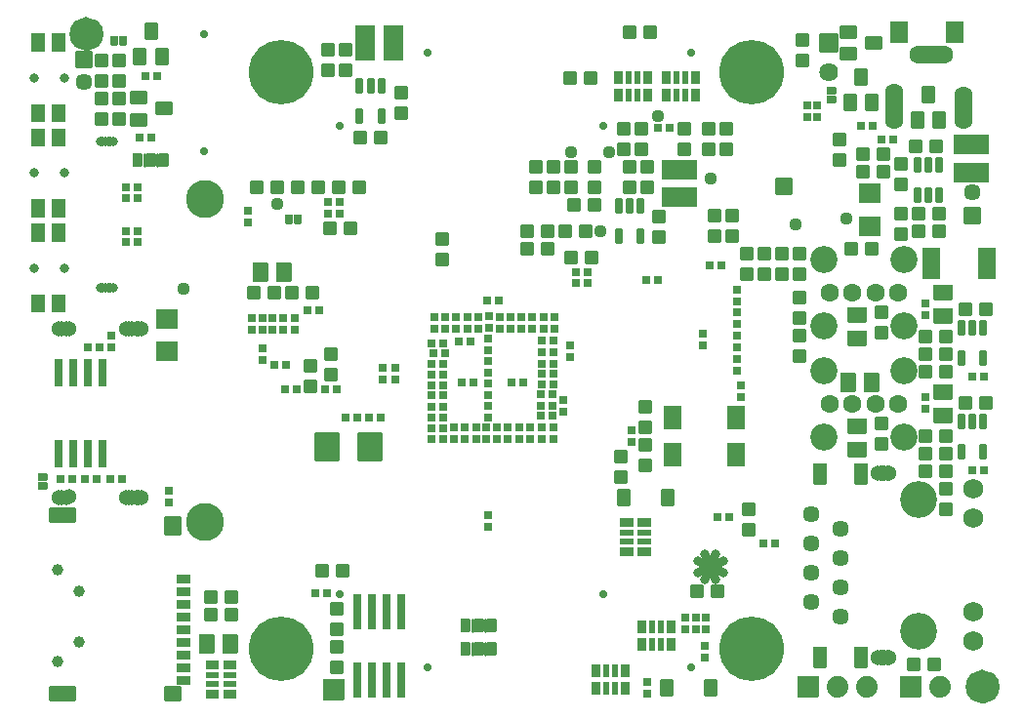
<source format=gbr>
%TF.GenerationSoftware,KiCad,Pcbnew,(6.0.1)*%
%TF.CreationDate,2022-06-22T14:46:02-03:00*%
%TF.ProjectId,A20-OLinuXino-Lime_Rev_I1,4132302d-4f4c-4696-9e75-58696e6f2d4c,rev?*%
%TF.SameCoordinates,Original*%
%TF.FileFunction,Soldermask,Bot*%
%TF.FilePolarity,Negative*%
%FSLAX46Y46*%
G04 Gerber Fmt 4.6, Leading zero omitted, Abs format (unit mm)*
G04 Created by KiCad (PCBNEW (6.0.1)) date 2022-06-22 14:46:02*
%MOMM*%
%LPD*%
G01*
G04 APERTURE LIST*
G04 Aperture macros list*
%AMRoundRect*
0 Rectangle with rounded corners*
0 $1 Rounding radius*
0 $2 $3 $4 $5 $6 $7 $8 $9 X,Y pos of 4 corners*
0 Add a 4 corners polygon primitive as box body*
4,1,4,$2,$3,$4,$5,$6,$7,$8,$9,$2,$3,0*
0 Add four circle primitives for the rounded corners*
1,1,$1+$1,$2,$3*
1,1,$1+$1,$4,$5*
1,1,$1+$1,$6,$7*
1,1,$1+$1,$8,$9*
0 Add four rect primitives between the rounded corners*
20,1,$1+$1,$2,$3,$4,$5,0*
20,1,$1+$1,$4,$5,$6,$7,0*
20,1,$1+$1,$6,$7,$8,$9,0*
20,1,$1+$1,$8,$9,$2,$3,0*%
G04 Aperture macros list end*
%ADD10C,0.254000*%
%ADD11C,1.270000*%
%ADD12C,0.700000*%
%ADD13C,3.300000*%
%ADD14C,5.601600*%
%ADD15C,1.001600*%
%ADD16C,1.601600*%
%ADD17C,2.351600*%
%ADD18RoundRect,0.050800X-0.889000X-0.889000X0.889000X-0.889000X0.889000X0.889000X-0.889000X0.889000X0*%
%ADD19C,1.879600*%
%ADD20C,1.000000*%
%ADD21C,0.806400*%
%ADD22RoundRect,0.050800X0.711200X0.711200X-0.711200X0.711200X-0.711200X-0.711200X0.711200X-0.711200X0*%
%ADD23RoundRect,0.050800X0.675000X-0.675000X0.675000X0.675000X-0.675000X0.675000X-0.675000X-0.675000X0*%
%ADD24C,1.451600*%
%ADD25C,1.301600*%
%ADD26C,1.625600*%
%ADD27RoundRect,0.050800X0.762000X-0.762000X0.762000X0.762000X-0.762000X0.762000X-0.762000X-0.762000X0*%
%ADD28RoundRect,0.050800X-0.675000X0.675000X-0.675000X-0.675000X0.675000X-0.675000X0.675000X0.675000X0*%
%ADD29C,2.051600*%
%ADD30C,3.200000*%
%ADD31C,1.751600*%
%ADD32RoundRect,0.050800X-0.304800X-0.292100X0.304800X-0.292100X0.304800X0.292100X-0.304800X0.292100X0*%
%ADD33RoundRect,0.050800X0.508000X-0.508000X0.508000X0.508000X-0.508000X0.508000X-0.508000X-0.508000X0*%
%ADD34RoundRect,0.050800X0.292100X-0.304800X0.292100X0.304800X-0.292100X0.304800X-0.292100X-0.304800X0*%
%ADD35RoundRect,0.050800X0.304800X0.292100X-0.304800X0.292100X-0.304800X-0.292100X0.304800X-0.292100X0*%
%ADD36RoundRect,0.050800X0.508000X0.508000X-0.508000X0.508000X-0.508000X-0.508000X0.508000X-0.508000X0*%
%ADD37RoundRect,0.050800X-0.292100X0.304800X-0.292100X-0.304800X0.292100X-0.304800X0.292100X0.304800X0*%
%ADD38RoundRect,0.050800X1.050000X1.200000X-1.050000X1.200000X-1.050000X-1.200000X1.050000X-1.200000X0*%
%ADD39RoundRect,0.050800X-0.508000X-0.508000X0.508000X-0.508000X0.508000X0.508000X-0.508000X0.508000X0*%
%ADD40RoundRect,0.050800X-0.275000X-0.600000X0.275000X-0.600000X0.275000X0.600000X-0.275000X0.600000X0*%
%ADD41RoundRect,0.050800X-0.508000X0.508000X-0.508000X-0.508000X0.508000X-0.508000X0.508000X0.508000X0*%
%ADD42RoundRect,0.558800X0.000000X0.000000X0.000000X0.000000X0.000000X0.000000X0.000000X0.000000X0*%
%ADD43RoundRect,0.050800X0.500000X0.700000X-0.500000X0.700000X-0.500000X-0.700000X0.500000X-0.700000X0*%
%ADD44RoundRect,0.050800X-0.725000X-1.300000X0.725000X-1.300000X0.725000X1.300000X-0.725000X1.300000X0*%
%ADD45RoundRect,0.050800X0.254000X0.381000X-0.254000X0.381000X-0.254000X-0.381000X0.254000X-0.381000X0*%
%ADD46RoundRect,0.050800X-1.500000X-0.800000X1.500000X-0.800000X1.500000X0.800000X-1.500000X0.800000X0*%
%ADD47RoundRect,0.050800X0.275000X0.600000X-0.275000X0.600000X-0.275000X-0.600000X0.275000X-0.600000X0*%
%ADD48RoundRect,0.050800X0.725000X0.900000X-0.725000X0.900000X-0.725000X-0.900000X0.725000X-0.900000X0*%
%ADD49RoundRect,0.050800X-0.381000X-0.508000X0.381000X-0.508000X0.381000X0.508000X-0.381000X0.508000X0*%
%ADD50C,0.800000*%
%ADD51RoundRect,0.050800X-0.700000X-1.000000X0.700000X-1.000000X0.700000X1.000000X-0.700000X1.000000X0*%
%ADD52RoundRect,0.050800X0.700000X-0.500000X0.700000X0.500000X-0.700000X0.500000X-0.700000X-0.500000X0*%
%ADD53RoundRect,0.050800X-0.508000X-0.889000X0.508000X-0.889000X0.508000X0.889000X-0.508000X0.889000X0*%
%ADD54RoundRect,0.050800X-0.762000X0.635000X-0.762000X-0.635000X0.762000X-0.635000X0.762000X0.635000X0*%
%ADD55RoundRect,0.050800X-0.635000X-0.762000X0.635000X-0.762000X0.635000X0.762000X-0.635000X0.762000X0*%
%ADD56RoundRect,0.050800X0.800000X-1.500000X0.800000X1.500000X-0.800000X1.500000X-0.800000X-1.500000X0*%
%ADD57RoundRect,0.550800X0.000000X0.000000X0.000000X0.000000X0.000000X0.000000X0.000000X0.000000X0*%
%ADD58RoundRect,0.050800X0.635000X0.762000X-0.635000X0.762000X-0.635000X-0.762000X0.635000X-0.762000X0*%
%ADD59RoundRect,0.050800X-0.900000X0.800000X-0.900000X-0.800000X0.900000X-0.800000X0.900000X0.800000X0*%
%ADD60RoundRect,0.050800X0.300000X1.100000X-0.300000X1.100000X-0.300000X-1.100000X0.300000X-1.100000X0*%
%ADD61RoundRect,0.050800X0.304800X1.460500X-0.304800X1.460500X-0.304800X-1.460500X0.304800X-1.460500X0*%
%ADD62RoundRect,0.050800X0.762000X-0.635000X0.762000X0.635000X-0.762000X0.635000X-0.762000X-0.635000X0*%
%ADD63RoundRect,0.050800X0.381000X-0.254000X0.381000X0.254000X-0.381000X0.254000X-0.381000X-0.254000X0*%
%ADD64RoundRect,0.050800X0.381000X0.508000X-0.381000X0.508000X-0.381000X-0.508000X0.381000X-0.508000X0*%
%ADD65RoundRect,0.050800X0.889000X-0.825500X0.889000X0.825500X-0.889000X0.825500X-0.889000X-0.825500X0*%
%ADD66RoundRect,0.050800X1.500000X0.800000X-1.500000X0.800000X-1.500000X-0.800000X1.500000X-0.800000X0*%
%ADD67RoundRect,0.050800X-0.700000X0.600000X-0.700000X-0.600000X0.700000X-0.600000X0.700000X0.600000X0*%
%ADD68RoundRect,0.050800X-0.700000X0.800000X-0.700000X-0.800000X0.700000X-0.800000X0.700000X0.800000X0*%
%ADD69RoundRect,0.050800X-1.100000X0.600000X-1.100000X-0.600000X1.100000X-0.600000X1.100000X0.600000X0*%
%ADD70RoundRect,0.050800X-0.500000X-0.700000X0.500000X-0.700000X0.500000X0.700000X-0.500000X0.700000X0*%
%ADD71RoundRect,0.050800X-0.381000X0.254000X-0.381000X-0.254000X0.381000X-0.254000X0.381000X0.254000X0*%
G04 APERTURE END LIST*
%TO.C,RM1*%
G36*
X159734100Y-130160400D02*
G01*
X158972100Y-130160400D01*
X158972100Y-129042800D01*
X159734100Y-129042800D01*
X159734100Y-130160400D01*
G37*
G36*
X159734100Y-128636400D02*
G01*
X158972100Y-128636400D01*
X158972100Y-127518800D01*
X159734100Y-127518800D01*
X159734100Y-128636400D01*
G37*
G36*
X160496100Y-128636400D02*
G01*
X159988100Y-128636400D01*
X159988100Y-127518800D01*
X160496100Y-127518800D01*
X160496100Y-128636400D01*
G37*
G36*
X162274100Y-130160400D02*
G01*
X161512100Y-130160400D01*
X161512100Y-129042800D01*
X162274100Y-129042800D01*
X162274100Y-130160400D01*
G37*
G36*
X162274100Y-128636400D02*
G01*
X161512100Y-128636400D01*
X161512100Y-127518800D01*
X162274100Y-127518800D01*
X162274100Y-128636400D01*
G37*
G36*
X161258100Y-128636400D02*
G01*
X160750100Y-128636400D01*
X160750100Y-127518800D01*
X161258100Y-127518800D01*
X161258100Y-128636400D01*
G37*
G36*
X161258100Y-130160400D02*
G01*
X160750100Y-130160400D01*
X160750100Y-129042800D01*
X161258100Y-129042800D01*
X161258100Y-130160400D01*
G37*
G36*
X160496100Y-130160400D02*
G01*
X159988100Y-130160400D01*
X159988100Y-129042800D01*
X160496100Y-129042800D01*
X160496100Y-130160400D01*
G37*
D10*
%TO.C,PC3/PB8*%
X117379600Y-88051600D02*
X117379600Y-87077600D01*
X116236600Y-88051600D02*
X116236600Y-87077600D01*
%TO.C,RECOVERY*%
G36*
X107587900Y-94676600D02*
G01*
X106470300Y-94676600D01*
X106470300Y-93101800D01*
X107587900Y-93101800D01*
X107587900Y-94676600D01*
G37*
G36*
X107587900Y-100823400D02*
G01*
X106470300Y-100823400D01*
X106470300Y-99248600D01*
X107587900Y-99248600D01*
X107587900Y-100823400D01*
G37*
G36*
X109365900Y-94676600D02*
G01*
X108248300Y-94676600D01*
X108248300Y-93101800D01*
X109365900Y-93101800D01*
X109365900Y-94676600D01*
G37*
G36*
X109365900Y-100823400D02*
G01*
X108248300Y-100823400D01*
X108248300Y-99248600D01*
X109365900Y-99248600D01*
X109365900Y-100823400D01*
G37*
%TO.C,RM9*%
G36*
X159226100Y-82535400D02*
G01*
X158718100Y-82535400D01*
X158718100Y-81417800D01*
X159226100Y-81417800D01*
X159226100Y-82535400D01*
G37*
G36*
X160242100Y-81011400D02*
G01*
X159480100Y-81011400D01*
X159480100Y-79893800D01*
X160242100Y-79893800D01*
X160242100Y-81011400D01*
G37*
G36*
X157702100Y-81011400D02*
G01*
X156940100Y-81011400D01*
X156940100Y-79893800D01*
X157702100Y-79893800D01*
X157702100Y-81011400D01*
G37*
G36*
X160242100Y-82535400D02*
G01*
X159480100Y-82535400D01*
X159480100Y-81417800D01*
X160242100Y-81417800D01*
X160242100Y-82535400D01*
G37*
G36*
X158464100Y-81011400D02*
G01*
X157956100Y-81011400D01*
X157956100Y-79893800D01*
X158464100Y-79893800D01*
X158464100Y-81011400D01*
G37*
G36*
X158464100Y-82535400D02*
G01*
X157956100Y-82535400D01*
X157956100Y-81417800D01*
X158464100Y-81417800D01*
X158464100Y-82535400D01*
G37*
G36*
X157702100Y-82535400D02*
G01*
X156940100Y-82535400D01*
X156940100Y-81417800D01*
X157702100Y-81417800D01*
X157702100Y-82535400D01*
G37*
G36*
X159226100Y-81011400D02*
G01*
X158718100Y-81011400D01*
X158718100Y-79893800D01*
X159226100Y-79893800D01*
X159226100Y-81011400D01*
G37*
D11*
%TO.C,U19*%
X189794100Y-133284600D02*
G75*
G03*
X189794100Y-133284600I-850000J0D01*
G01*
%TO.C,U18*%
X112070100Y-76642600D02*
G75*
G03*
X112070100Y-76642600I-850000J0D01*
G01*
%TO.C,PWR*%
G36*
X107587900Y-78166600D02*
G01*
X106470300Y-78166600D01*
X106470300Y-76591800D01*
X107587900Y-76591800D01*
X107587900Y-78166600D01*
G37*
G36*
X107587900Y-84313400D02*
G01*
X106470300Y-84313400D01*
X106470300Y-82738600D01*
X107587900Y-82738600D01*
X107587900Y-84313400D01*
G37*
G36*
X109365900Y-78166600D02*
G01*
X108248300Y-78166600D01*
X108248300Y-76591800D01*
X109365900Y-76591800D01*
X109365900Y-78166600D01*
G37*
G36*
X109365900Y-84313400D02*
G01*
X108248300Y-84313400D01*
X108248300Y-82738600D01*
X109365900Y-82738600D01*
X109365900Y-84313400D01*
G37*
D10*
%TO.C,PB9/PH7_GPIO*%
X145827600Y-129495600D02*
X145827600Y-130469600D01*
X144684600Y-129495600D02*
X144684600Y-130469600D01*
%TO.C,PB9/PH7_USB*%
X144684600Y-128437600D02*
X144684600Y-127463600D01*
X145827600Y-128437600D02*
X145827600Y-127463600D01*
%TO.C,RM4*%
G36*
X122700900Y-132522600D02*
G01*
X121583300Y-132522600D01*
X121583300Y-132014600D01*
X122700900Y-132014600D01*
X122700900Y-132522600D01*
G37*
G36*
X122700900Y-134300600D02*
G01*
X121583300Y-134300600D01*
X121583300Y-133538600D01*
X122700900Y-133538600D01*
X122700900Y-134300600D01*
G37*
G36*
X124224900Y-134300600D02*
G01*
X123107300Y-134300600D01*
X123107300Y-133538600D01*
X124224900Y-133538600D01*
X124224900Y-134300600D01*
G37*
G36*
X124224900Y-131760600D02*
G01*
X123107300Y-131760600D01*
X123107300Y-130998600D01*
X124224900Y-130998600D01*
X124224900Y-131760600D01*
G37*
G36*
X122700900Y-131760600D02*
G01*
X121583300Y-131760600D01*
X121583300Y-130998600D01*
X122700900Y-130998600D01*
X122700900Y-131760600D01*
G37*
G36*
X122700900Y-133284600D02*
G01*
X121583300Y-133284600D01*
X121583300Y-132776600D01*
X122700900Y-132776600D01*
X122700900Y-133284600D01*
G37*
G36*
X124224900Y-133284600D02*
G01*
X123107300Y-133284600D01*
X123107300Y-132776600D01*
X124224900Y-132776600D01*
X124224900Y-133284600D01*
G37*
G36*
X124224900Y-132522600D02*
G01*
X123107300Y-132522600D01*
X123107300Y-132014600D01*
X124224900Y-132014600D01*
X124224900Y-132522600D01*
G37*
%TO.C,RM5*%
G36*
X157321100Y-133970400D02*
G01*
X156813100Y-133970400D01*
X156813100Y-132852800D01*
X157321100Y-132852800D01*
X157321100Y-133970400D01*
G37*
G36*
X158337100Y-133970400D02*
G01*
X157575100Y-133970400D01*
X157575100Y-132852800D01*
X158337100Y-132852800D01*
X158337100Y-133970400D01*
G37*
G36*
X158337100Y-132446400D02*
G01*
X157575100Y-132446400D01*
X157575100Y-131328800D01*
X158337100Y-131328800D01*
X158337100Y-132446400D01*
G37*
G36*
X155797100Y-133970400D02*
G01*
X155035100Y-133970400D01*
X155035100Y-132852800D01*
X155797100Y-132852800D01*
X155797100Y-133970400D01*
G37*
G36*
X155797100Y-132446400D02*
G01*
X155035100Y-132446400D01*
X155035100Y-131328800D01*
X155797100Y-131328800D01*
X155797100Y-132446400D01*
G37*
G36*
X157321100Y-132446400D02*
G01*
X156813100Y-132446400D01*
X156813100Y-131328800D01*
X157321100Y-131328800D01*
X157321100Y-132446400D01*
G37*
G36*
X156559100Y-133970400D02*
G01*
X156051100Y-133970400D01*
X156051100Y-132852800D01*
X156559100Y-132852800D01*
X156559100Y-133970400D01*
G37*
G36*
X156559100Y-132446400D02*
G01*
X156051100Y-132446400D01*
X156051100Y-131328800D01*
X156559100Y-131328800D01*
X156559100Y-132446400D01*
G37*
%TO.C,RESET*%
G36*
X107587900Y-86421600D02*
G01*
X106470300Y-86421600D01*
X106470300Y-84846800D01*
X107587900Y-84846800D01*
X107587900Y-86421600D01*
G37*
G36*
X109365900Y-92568400D02*
G01*
X108248300Y-92568400D01*
X108248300Y-90993600D01*
X109365900Y-90993600D01*
X109365900Y-92568400D01*
G37*
G36*
X107587900Y-92568400D02*
G01*
X106470300Y-92568400D01*
X106470300Y-90993600D01*
X107587900Y-90993600D01*
X107587900Y-92568400D01*
G37*
G36*
X109365900Y-86421600D02*
G01*
X108248300Y-86421600D01*
X108248300Y-84846800D01*
X109365900Y-84846800D01*
X109365900Y-86421600D01*
G37*
%TO.C,SD/MMC1*%
G36*
X120232100Y-132025100D02*
G01*
X119032100Y-132025100D01*
X119032100Y-131225100D01*
X120232100Y-131225100D01*
X120232100Y-132025100D01*
G37*
G36*
X120232100Y-130925100D02*
G01*
X119032100Y-130925100D01*
X119032100Y-130125100D01*
X120232100Y-130125100D01*
X120232100Y-130925100D01*
G37*
G36*
X120232100Y-127625100D02*
G01*
X119032100Y-127625100D01*
X119032100Y-126825100D01*
X120232100Y-126825100D01*
X120232100Y-127625100D01*
G37*
G36*
X120232100Y-128725100D02*
G01*
X119032100Y-128725100D01*
X119032100Y-127925100D01*
X120232100Y-127925100D01*
X120232100Y-128725100D01*
G37*
G36*
X120232100Y-129825100D02*
G01*
X119032100Y-129825100D01*
X119032100Y-129025100D01*
X120232100Y-129025100D01*
X120232100Y-129825100D01*
G37*
G36*
X120232100Y-133125100D02*
G01*
X119032100Y-133125100D01*
X119032100Y-132325100D01*
X120232100Y-132325100D01*
X120232100Y-133125100D01*
G37*
G36*
X120232100Y-124325100D02*
G01*
X119032100Y-124325100D01*
X119032100Y-123525100D01*
X120232100Y-123525100D01*
X120232100Y-124325100D01*
G37*
G36*
X120232100Y-126525100D02*
G01*
X119032100Y-126525100D01*
X119032100Y-125725100D01*
X120232100Y-125725100D01*
X120232100Y-126525100D01*
G37*
G36*
X120232100Y-125425100D02*
G01*
X119032100Y-125425100D01*
X119032100Y-124625100D01*
X120232100Y-124625100D01*
X120232100Y-125425100D01*
G37*
%TO.C,RM2*%
G36*
X158641900Y-119441600D02*
G01*
X157524300Y-119441600D01*
X157524300Y-118679600D01*
X158641900Y-118679600D01*
X158641900Y-119441600D01*
G37*
G36*
X160165900Y-121981600D02*
G01*
X159048300Y-121981600D01*
X159048300Y-121219600D01*
X160165900Y-121219600D01*
X160165900Y-121981600D01*
G37*
G36*
X158641900Y-121981600D02*
G01*
X157524300Y-121981600D01*
X157524300Y-121219600D01*
X158641900Y-121219600D01*
X158641900Y-121981600D01*
G37*
G36*
X158641900Y-120203600D02*
G01*
X157524300Y-120203600D01*
X157524300Y-119695600D01*
X158641900Y-119695600D01*
X158641900Y-120203600D01*
G37*
G36*
X160165900Y-119441600D02*
G01*
X159048300Y-119441600D01*
X159048300Y-118679600D01*
X160165900Y-118679600D01*
X160165900Y-119441600D01*
G37*
G36*
X158641900Y-120965600D02*
G01*
X157524300Y-120965600D01*
X157524300Y-120457600D01*
X158641900Y-120457600D01*
X158641900Y-120965600D01*
G37*
G36*
X160165900Y-120965600D02*
G01*
X159048300Y-120965600D01*
X159048300Y-120457600D01*
X160165900Y-120457600D01*
X160165900Y-120965600D01*
G37*
G36*
X160165900Y-120203600D02*
G01*
X159048300Y-120203600D01*
X159048300Y-119695600D01*
X160165900Y-119695600D01*
X160165900Y-120203600D01*
G37*
%TO.C,RM10*%
G36*
X162655100Y-82535400D02*
G01*
X162147100Y-82535400D01*
X162147100Y-81417800D01*
X162655100Y-81417800D01*
X162655100Y-82535400D01*
G37*
G36*
X161893100Y-81011400D02*
G01*
X161131100Y-81011400D01*
X161131100Y-79893800D01*
X161893100Y-79893800D01*
X161893100Y-81011400D01*
G37*
G36*
X161893100Y-82535400D02*
G01*
X161131100Y-82535400D01*
X161131100Y-81417800D01*
X161893100Y-81417800D01*
X161893100Y-82535400D01*
G37*
G36*
X164433100Y-81011400D02*
G01*
X163671100Y-81011400D01*
X163671100Y-79893800D01*
X164433100Y-79893800D01*
X164433100Y-81011400D01*
G37*
G36*
X162655100Y-81011400D02*
G01*
X162147100Y-81011400D01*
X162147100Y-79893800D01*
X162655100Y-79893800D01*
X162655100Y-81011400D01*
G37*
G36*
X164433100Y-82535400D02*
G01*
X163671100Y-82535400D01*
X163671100Y-81417800D01*
X164433100Y-81417800D01*
X164433100Y-82535400D01*
G37*
G36*
X163417100Y-81011400D02*
G01*
X162909100Y-81011400D01*
X162909100Y-79893800D01*
X163417100Y-79893800D01*
X163417100Y-81011400D01*
G37*
G36*
X163417100Y-82535400D02*
G01*
X162909100Y-82535400D01*
X162909100Y-81417800D01*
X163417100Y-81417800D01*
X163417100Y-82535400D01*
G37*
%TD*%
D12*
%TO.C,LCD_CON*%
X163671100Y-78293600D03*
X140811100Y-78293600D03*
%TD*%
D13*
%TO.C,CASE*%
X121501100Y-90998600D03*
X121501100Y-118998600D03*
D14*
X128071100Y-129998600D03*
D15*
X128071100Y-127748600D03*
X128071100Y-132248600D03*
X130321100Y-129998600D03*
X125821100Y-129998600D03*
X126524300Y-128451800D03*
X129618000Y-131545500D03*
X126524300Y-131545500D03*
X129618000Y-128451800D03*
D14*
X168931100Y-129998600D03*
D15*
X168931100Y-127748600D03*
X168931100Y-132248600D03*
X171181100Y-129998600D03*
X166681100Y-129998600D03*
X167384300Y-128451800D03*
X170478000Y-131545500D03*
X167384300Y-131545500D03*
X170478000Y-128451800D03*
D14*
X128071100Y-79998600D03*
D15*
X128071100Y-77748600D03*
X128071100Y-82248600D03*
X130321100Y-79998600D03*
X125821100Y-79998600D03*
X126524300Y-78451800D03*
X129618000Y-81545500D03*
X126524300Y-81545500D03*
X129618000Y-78451800D03*
D14*
X168931100Y-79998600D03*
D15*
X168931100Y-77748600D03*
X168931100Y-82248600D03*
X171181100Y-79998600D03*
X166681100Y-79998600D03*
X167384300Y-78451800D03*
X170478000Y-81545500D03*
X167384300Y-81545500D03*
X170478000Y-78451800D03*
%TD*%
D12*
%TO.C,GPIO-2*%
X133191100Y-125283600D03*
X156051100Y-125283600D03*
%TD*%
D16*
%TO.C,USB_HOST2*%
X181655100Y-99100600D03*
X179655100Y-99100600D03*
X177655100Y-99100600D03*
X175655100Y-99100600D03*
D17*
X182155100Y-101950600D03*
X182155100Y-96250600D03*
X175155100Y-96250600D03*
X175155100Y-101950600D03*
%TD*%
D18*
%TO.C,BACKUP*%
X182721100Y-133284600D03*
D19*
X185261100Y-133284600D03*
%TD*%
D18*
%TO.C,UART0*%
X173831100Y-133284600D03*
D19*
X176371100Y-133284600D03*
X178911100Y-133284600D03*
%TD*%
D20*
%TO.C,USB_OTG*%
X110585100Y-129380600D03*
X110585100Y-124980600D03*
%TD*%
D21*
%TO.C,SATA*%
X112850100Y-98705600D03*
X112625100Y-98705600D03*
X113100100Y-98705600D03*
X112425100Y-98705600D03*
X113525100Y-98705600D03*
X112850100Y-85965600D03*
X112625100Y-85965600D03*
X113100100Y-85965600D03*
X112425100Y-85965600D03*
X113525100Y-85965600D03*
X113325100Y-98705600D03*
X113325100Y-85965600D03*
%TD*%
D22*
%TO.C,U12*%
X171672100Y-89850600D03*
%TD*%
D23*
%TO.C,LIPO_BAT*%
X188055100Y-92374600D03*
D24*
X188055100Y-90374600D03*
%TD*%
D25*
%TO.C,HDMI*%
X115562100Y-116835600D03*
X109462100Y-116835600D03*
X109462100Y-102235600D03*
X115562100Y-102235600D03*
X115162100Y-116835600D03*
X109062100Y-116835600D03*
X109062100Y-102235600D03*
X115162100Y-102235600D03*
X114862100Y-116835600D03*
X115712100Y-116835600D03*
X115712100Y-102235600D03*
X114862100Y-102235600D03*
X116012100Y-116835600D03*
X116012100Y-102235600D03*
X109762100Y-102235600D03*
X109762100Y-116810600D03*
X114612100Y-116835600D03*
X108762100Y-116835600D03*
X108762100Y-102235600D03*
X114612100Y-102235600D03*
%TD*%
D18*
%TO.C,GND_PIN*%
X132683100Y-133538600D03*
%TD*%
D26*
%TO.C,C174*%
X175609100Y-79944600D03*
D27*
X175609100Y-77404600D03*
%TD*%
D28*
%TO.C,5V_SATA_PWR*%
X110966100Y-78817600D03*
D24*
X110966100Y-80817600D03*
%TD*%
D12*
%TO.C,GPIO-4*%
X121380100Y-76642600D03*
X121380100Y-86802600D03*
%TD*%
D29*
%TO.C,U2*%
X165322100Y-122870600D03*
D21*
X165822100Y-123970600D03*
X164822100Y-123970600D03*
X164222100Y-123370600D03*
X164222100Y-122370600D03*
X164822100Y-121770600D03*
X165822100Y-121770600D03*
X166422100Y-122370600D03*
X166422100Y-123370600D03*
%TD*%
D30*
%TO.C,LAN*%
X183356100Y-117028600D03*
X183356100Y-128458600D03*
D24*
X176656100Y-127198600D03*
X174116100Y-125928600D03*
X176656100Y-124658600D03*
X174116100Y-123388600D03*
X176656100Y-122118600D03*
X174116100Y-120848600D03*
X176656100Y-119578600D03*
X174116100Y-118308600D03*
D31*
X188104600Y-118673600D03*
X188104600Y-129353600D03*
D25*
X180256100Y-130743600D03*
X180256100Y-114743600D03*
D31*
X188104600Y-116133600D03*
X188104600Y-126813600D03*
D25*
X180856100Y-130743600D03*
X180656100Y-130743600D03*
X180456100Y-130743600D03*
X180056100Y-130743600D03*
X179856100Y-130743600D03*
X179856100Y-114743600D03*
X180056100Y-114743600D03*
X180456100Y-114743600D03*
X180656100Y-114743600D03*
X180856100Y-114743600D03*
%TD*%
D12*
%TO.C,GPIO-3*%
X140811100Y-131633600D03*
X163671100Y-131633600D03*
%TD*%
D16*
%TO.C,USB_HOST1*%
X181655100Y-108752600D03*
X179655100Y-108752600D03*
X177655100Y-108752600D03*
X175655100Y-108752600D03*
D17*
X182155100Y-111602600D03*
X182155100Y-105902600D03*
X175155100Y-105902600D03*
X175155100Y-111602600D03*
%TD*%
D12*
%TO.C,GPIO-1*%
X133191100Y-84643600D03*
X156051100Y-84643600D03*
%TD*%
D16*
%TO.C,PWR_JACK*%
X181266100Y-82916600D03*
X181266100Y-83216600D03*
X181266100Y-83516600D03*
X181266100Y-83816600D03*
X181266100Y-82616600D03*
X181266100Y-82316600D03*
X181266100Y-82016600D03*
X181266100Y-81716600D03*
X181266100Y-84116600D03*
X187266100Y-82916600D03*
X184516100Y-78466600D03*
X184816100Y-78466600D03*
X185116100Y-78466600D03*
X185416100Y-78466600D03*
X184216100Y-78466600D03*
X183916100Y-78466600D03*
X183616100Y-78466600D03*
X185616100Y-78466600D03*
X183416100Y-78466600D03*
X187266100Y-83216600D03*
X187266100Y-83516600D03*
X187266100Y-82616600D03*
X187266100Y-82316600D03*
X187266100Y-83816600D03*
X187266100Y-82016600D03*
X187266100Y-84116600D03*
%TD*%
D32*
%TO.C,C156*%
X141141300Y-106233600D03*
X142157300Y-106233600D03*
%TD*%
D33*
%TO.C,C157*%
X167227100Y-94168600D03*
X167227100Y-92390600D03*
%TD*%
D34*
%TO.C,C12*%
X151783900Y-102220400D03*
X151783900Y-101204400D03*
%TD*%
D32*
%TO.C,C30*%
X143478100Y-103312600D03*
X144494100Y-103312600D03*
%TD*%
D35*
%TO.C,C93*%
X151656900Y-108875200D03*
X150640900Y-108875200D03*
%TD*%
D34*
%TO.C,R87*%
X128238100Y-102296600D03*
X128238100Y-101280600D03*
%TD*%
D36*
%TO.C,R70*%
X155289100Y-91501600D03*
X153511100Y-91501600D03*
%TD*%
D32*
%TO.C,C67*%
X141141300Y-107122600D03*
X142157300Y-107122600D03*
%TD*%
D34*
%TO.C,C73*%
X143071700Y-111821600D03*
X143071700Y-110805600D03*
%TD*%
D37*
%TO.C,C38*%
X167608100Y-102804600D03*
X167608100Y-103820600D03*
%TD*%
D35*
%TO.C,C128*%
X115665100Y-93787600D03*
X114649100Y-93787600D03*
%TD*%
D36*
%TO.C,C130*%
X179292100Y-95311600D03*
X177514100Y-95311600D03*
%TD*%
D38*
%TO.C,Q3*%
X135803100Y-112456600D03*
X132103100Y-112456600D03*
%TD*%
D39*
%TO.C,C194*%
X183991100Y-104455600D03*
X185769100Y-104455600D03*
%TD*%
D40*
%TO.C,U10*%
X187105100Y-110267500D03*
X188055100Y-110267500D03*
X189005100Y-110267500D03*
X189005100Y-112867700D03*
X187105100Y-112867700D03*
%TD*%
D39*
%TO.C,C125*%
X183991100Y-102931600D03*
X185769100Y-102931600D03*
%TD*%
D40*
%TO.C,U15*%
X134908100Y-81184500D03*
X135858100Y-81184500D03*
X136808100Y-81184500D03*
X136808100Y-83784700D03*
X134908100Y-83784700D03*
%TD*%
D41*
%TO.C,C177*%
X158337100Y-88199600D03*
X158337100Y-89977600D03*
%TD*%
D32*
%TO.C,C123*%
X141141300Y-108976800D03*
X142157300Y-108976800D03*
%TD*%
D35*
%TO.C,C70*%
X151758500Y-111821600D03*
X150742500Y-111821600D03*
%TD*%
D42*
%TO.C,BAT*%
X177133100Y-92644600D03*
%TD*%
D34*
%TO.C,R96*%
X126460100Y-102296600D03*
X126460100Y-101280600D03*
%TD*%
D43*
%TO.C,U20*%
X185195100Y-84092600D03*
X183295100Y-84092600D03*
X184245100Y-81892600D03*
%TD*%
D34*
%TO.C,C196*%
X126460100Y-104963600D03*
X126460100Y-103947600D03*
%TD*%
D35*
%TO.C,R93*%
X112109100Y-115250600D03*
X111093100Y-115250600D03*
%TD*%
D44*
%TO.C,D5*%
X184467100Y-96581600D03*
X189357100Y-96581600D03*
%TD*%
D32*
%TO.C,C90*%
X133699100Y-109916600D03*
X134715100Y-109916600D03*
%TD*%
D33*
%TO.C,C132*%
X173069100Y-97470600D03*
X173069100Y-95692600D03*
%TD*%
D34*
%TO.C,R22*%
X164814100Y-130744600D03*
X164814100Y-129728600D03*
%TD*%
D45*
%TO.C,NAND_E*%
X129508100Y-92771600D03*
X128746100Y-92771600D03*
%TD*%
D37*
%TO.C,C35*%
X148964500Y-101204400D03*
X148964500Y-102220400D03*
%TD*%
%TO.C,C53*%
X146068900Y-108875200D03*
X146068900Y-109891200D03*
%TD*%
D43*
%TO.C,FET1*%
X117758100Y-78631600D03*
X115858100Y-78631600D03*
X116808100Y-76431600D03*
%TD*%
D34*
%TO.C,R24*%
X164941100Y-128331600D03*
X164941100Y-127315600D03*
%TD*%
D33*
%TO.C,R53*%
X173069100Y-104582600D03*
X173069100Y-102804600D03*
%TD*%
D32*
%TO.C,C103*%
X132175100Y-91247600D03*
X133191100Y-91247600D03*
%TD*%
D34*
%TO.C,R19*%
X163163100Y-128331600D03*
X163163100Y-127315600D03*
%TD*%
D46*
%TO.C,L13*%
X162655100Y-90796600D03*
X162655100Y-88396600D03*
%TD*%
D47*
%TO.C,U14*%
X185195100Y-90642700D03*
X184245100Y-90642700D03*
X183295100Y-90642700D03*
X183295100Y-88042500D03*
X184245100Y-88042500D03*
X185195100Y-88042500D03*
%TD*%
D36*
%TO.C,R39*%
X160115100Y-76515600D03*
X158337100Y-76515600D03*
%TD*%
D48*
%TO.C,D3*%
X181673100Y-76515600D03*
X186563100Y-76515600D03*
%TD*%
D32*
%TO.C,C6*%
X150742500Y-106132000D03*
X151758500Y-106132000D03*
%TD*%
D49*
%TO.C,PC3/PB8*%
X115665100Y-87564600D03*
X116808100Y-87564600D03*
X117951100Y-87564600D03*
%TD*%
D50*
%TO.C,RECOVERY*%
X109315100Y-96962600D03*
X106648100Y-96962600D03*
%TD*%
D33*
%TO.C,C163*%
X163036100Y-86675600D03*
X163036100Y-84897600D03*
%TD*%
D37*
%TO.C,C203*%
X113379100Y-102804600D03*
X113379100Y-103820600D03*
%TD*%
D34*
%TO.C,C28*%
X145002100Y-111821600D03*
X145002100Y-110805600D03*
%TD*%
D41*
%TO.C,R46*%
X157829100Y-84897600D03*
X157829100Y-86675600D03*
%TD*%
D36*
%TO.C,C54*%
X130778100Y-99121600D03*
X129000100Y-99121600D03*
%TD*%
D32*
%TO.C,C19*%
X159797600Y-97978600D03*
X160813600Y-97978600D03*
%TD*%
D39*
%TO.C,R72*%
X134969100Y-85659600D03*
X136747100Y-85659600D03*
%TD*%
D32*
%TO.C,C8*%
X150742500Y-103236400D03*
X151758500Y-103236400D03*
%TD*%
D34*
%TO.C,R49*%
X159861100Y-133919600D03*
X159861100Y-132903600D03*
%TD*%
D41*
%TO.C,C175*%
X153257100Y-88199600D03*
X153257100Y-89977600D03*
%TD*%
D32*
%TO.C,R47*%
X188055100Y-106360600D03*
X189071100Y-106360600D03*
%TD*%
D39*
%TO.C,C193*%
X183991100Y-113091600D03*
X185769100Y-113091600D03*
%TD*%
D35*
%TO.C,C65*%
X142157300Y-103490400D03*
X141141300Y-103490400D03*
%TD*%
%TO.C,C198*%
X132937100Y-107503600D03*
X131921100Y-107503600D03*
%TD*%
D43*
%TO.C,D2*%
X161517100Y-133411600D03*
X165317100Y-133411600D03*
%TD*%
D41*
%TO.C,C195*%
X130651100Y-105471600D03*
X130651100Y-107249600D03*
%TD*%
D37*
%TO.C,C18*%
X146068900Y-105014400D03*
X146068900Y-106030400D03*
%TD*%
D51*
%TO.C,Q2*%
X162064100Y-109967600D03*
X167564100Y-109967600D03*
X167564100Y-113167600D03*
X162064100Y-113167600D03*
%TD*%
D52*
%TO.C,T1*%
X115708100Y-84069600D03*
X115708100Y-82169600D03*
X117908100Y-83119600D03*
%TD*%
D34*
%TO.C,C105*%
X136941100Y-106623600D03*
X136941100Y-105607600D03*
%TD*%
%TO.C,C11*%
X150844100Y-102220400D03*
X150844100Y-101204400D03*
%TD*%
%TO.C,C44*%
X167989100Y-108138600D03*
X167989100Y-107122600D03*
%TD*%
D37*
%TO.C,C204*%
X127349100Y-101280600D03*
X127349100Y-102296600D03*
%TD*%
D35*
%TO.C,C77*%
X142157300Y-110856400D03*
X141141300Y-110856400D03*
%TD*%
D41*
%TO.C,R79*%
X168624100Y-117917600D03*
X168624100Y-119695600D03*
%TD*%
D39*
%TO.C,C135*%
X178530100Y-87056600D03*
X180308100Y-87056600D03*
%TD*%
D32*
%TO.C,C4*%
X150640900Y-109764200D03*
X151656900Y-109764200D03*
%TD*%
D53*
%TO.C,C88*%
X174847100Y-130744600D03*
X178403100Y-130744600D03*
%TD*%
D41*
%TO.C,R66*%
X173323100Y-77150600D03*
X173323100Y-78928600D03*
%TD*%
D35*
%TO.C,C17*%
X151758500Y-104252400D03*
X150742500Y-104252400D03*
%TD*%
D32*
%TO.C,R40*%
X188055100Y-114488600D03*
X189071100Y-114488600D03*
%TD*%
D39*
%TO.C,C200*%
X125698100Y-99121600D03*
X127476100Y-99121600D03*
%TD*%
D32*
%TO.C,R52*%
X116300100Y-80325600D03*
X117316100Y-80325600D03*
%TD*%
D41*
%TO.C,C197*%
X132429100Y-104455600D03*
X132429100Y-106233600D03*
%TD*%
D54*
%TO.C,C188*%
X178022100Y-101026600D03*
X178022100Y-103058600D03*
%TD*%
D32*
%TO.C,R94*%
X111347100Y-103820600D03*
X112363100Y-103820600D03*
%TD*%
D34*
%TO.C,R88*%
X129254100Y-102296600D03*
X129254100Y-101280600D03*
%TD*%
D55*
%TO.C,L1*%
X126333100Y-97343600D03*
X128365100Y-97343600D03*
%TD*%
D56*
%TO.C,L15*%
X137820100Y-77404600D03*
X135420100Y-77404600D03*
%TD*%
D57*
%TO.C,U19*%
X188944100Y-133284600D03*
%TD*%
D33*
%TO.C,C150*%
X168497100Y-97470600D03*
X168497100Y-95692600D03*
%TD*%
D37*
%TO.C,C31*%
X146068900Y-106944800D03*
X146068900Y-107960800D03*
%TD*%
D32*
%TO.C,C95*%
X141293700Y-104379400D03*
X142309700Y-104379400D03*
%TD*%
D58*
%TO.C,L4*%
X123666100Y-129601600D03*
X121634100Y-129601600D03*
%TD*%
D41*
%TO.C,R15*%
X132937100Y-129855600D03*
X132937100Y-131633600D03*
%TD*%
D34*
%TO.C,C56*%
X147084900Y-102220400D03*
X147084900Y-101204400D03*
%TD*%
D59*
%TO.C,FUSE1*%
X118205100Y-101404600D03*
X118205100Y-104204600D03*
%TD*%
D36*
%TO.C,C98*%
X123793100Y-125537600D03*
X122015100Y-125537600D03*
%TD*%
D32*
%TO.C,C121*%
X141141300Y-108011600D03*
X142157300Y-108011600D03*
%TD*%
%TO.C,C76*%
X169894100Y-120838600D03*
X170910100Y-120838600D03*
%TD*%
D39*
%TO.C,R48*%
X187420100Y-100518600D03*
X189198100Y-100518600D03*
%TD*%
D35*
%TO.C,R12*%
X154654100Y-97343600D03*
X153638100Y-97343600D03*
%TD*%
D60*
%TO.C,U22*%
X112617100Y-113035600D03*
X111347100Y-113035600D03*
X110077100Y-113035600D03*
X108807100Y-113035600D03*
X108807100Y-106035600D03*
X110077100Y-106035600D03*
X111347100Y-106035600D03*
X112617100Y-106035600D03*
%TD*%
D33*
%TO.C,C85*%
X159670600Y-114107600D03*
X159670600Y-112329600D03*
%TD*%
D35*
%TO.C,R77*%
X181197100Y-85786600D03*
X180181100Y-85786600D03*
%TD*%
D58*
%TO.C,L9*%
X179292100Y-106868600D03*
X177260100Y-106868600D03*
%TD*%
D33*
%TO.C,C182*%
X138525100Y-83500600D03*
X138525100Y-81722600D03*
%TD*%
D32*
%TO.C,R27*%
X131032100Y-125156600D03*
X132048100Y-125156600D03*
%TD*%
D39*
%TO.C,C186*%
X183356100Y-93787600D03*
X185134100Y-93787600D03*
%TD*%
%TO.C,C118*%
X183991100Y-111567600D03*
X185769100Y-111567600D03*
%TD*%
D36*
%TO.C,C164*%
X131286100Y-89977600D03*
X129508100Y-89977600D03*
%TD*%
D42*
%TO.C,1.2V_CPU*%
X160750100Y-83754600D03*
%TD*%
D39*
%TO.C,C99*%
X133064100Y-89977600D03*
X134842100Y-89977600D03*
%TD*%
D37*
%TO.C,C120*%
X183991100Y-108138600D03*
X183991100Y-109154600D03*
%TD*%
D35*
%TO.C,C10*%
X166274600Y-96708600D03*
X165258600Y-96708600D03*
%TD*%
D37*
%TO.C,C7*%
X152558600Y-108392600D03*
X152558600Y-109408600D03*
%TD*%
D32*
%TO.C,R92*%
X108934100Y-115250600D03*
X109950100Y-115250600D03*
%TD*%
D57*
%TO.C,U18*%
X111220100Y-76642600D03*
%TD*%
D42*
%TO.C,1.2V_INT*%
X155797100Y-93787600D03*
%TD*%
D43*
%TO.C,FET4*%
X179353100Y-82568600D03*
X177453100Y-82568600D03*
X178403100Y-80368600D03*
%TD*%
D37*
%TO.C,C37*%
X149904300Y-101204400D03*
X149904300Y-102220400D03*
%TD*%
D32*
%TO.C,C100*%
X132175100Y-92263600D03*
X133191100Y-92263600D03*
%TD*%
D61*
%TO.C,U3*%
X138525100Y-132709600D03*
X137255100Y-132709600D03*
X135985100Y-132709600D03*
X134715100Y-132709600D03*
X134715100Y-126747600D03*
X135985100Y-126747600D03*
X137255100Y-126747600D03*
X138525100Y-126747600D03*
%TD*%
D37*
%TO.C,C126*%
X183991100Y-100010600D03*
X183991100Y-101026600D03*
%TD*%
D33*
%TO.C,R85*%
X185769100Y-117917600D03*
X185769100Y-116139600D03*
%TD*%
D32*
%TO.C,C152*%
X141141300Y-105268400D03*
X142157300Y-105268400D03*
%TD*%
D50*
%TO.C,PWR*%
X106648100Y-80452600D03*
X109315100Y-80452600D03*
%TD*%
D62*
%TO.C,L8*%
X185515100Y-101153600D03*
X185515100Y-99121600D03*
%TD*%
D39*
%TO.C,C179*%
X183356100Y-92263600D03*
X185134100Y-92263600D03*
%TD*%
D41*
%TO.C,C178*%
X159861100Y-88199600D03*
X159861100Y-89977600D03*
%TD*%
%TO.C,R45*%
X159353100Y-84897600D03*
X159353100Y-86675600D03*
%TD*%
D36*
%TO.C,R86*%
X184753100Y-131379600D03*
X182975100Y-131379600D03*
%TD*%
D32*
%TO.C,C32*%
X141141300Y-109942000D03*
X142157300Y-109942000D03*
%TD*%
D63*
%TO.C,WP_ENABLE*%
X107410100Y-115885600D03*
X107410100Y-115123600D03*
%TD*%
D34*
%TO.C,C52*%
X145903800Y-111821600D03*
X145903800Y-110805600D03*
%TD*%
D36*
%TO.C,C139*%
X151225100Y-93787600D03*
X149447100Y-93787600D03*
%TD*%
D34*
%TO.C,R91*%
X125571100Y-102296600D03*
X125571100Y-101280600D03*
%TD*%
D36*
%TO.C,C55*%
X165957100Y-125029600D03*
X164179100Y-125029600D03*
%TD*%
%TO.C,R38*%
X154908100Y-80452600D03*
X153130100Y-80452600D03*
%TD*%
D53*
%TO.C,C89*%
X174847100Y-114869600D03*
X178403100Y-114869600D03*
%TD*%
D41*
%TO.C,R21*%
X157575100Y-113282100D03*
X157575100Y-115060100D03*
%TD*%
D37*
%TO.C,C162*%
X141420700Y-101204400D03*
X141420700Y-102220400D03*
%TD*%
D33*
%TO.C,C158*%
X165195100Y-86675600D03*
X165195100Y-84897600D03*
%TD*%
D35*
%TO.C,R89*%
X129431900Y-107503600D03*
X128415900Y-107503600D03*
%TD*%
D64*
%TO.C,PB9/PH7_GPIO*%
X146399100Y-129982600D03*
X145256100Y-129982600D03*
X144113100Y-129982600D03*
%TD*%
D41*
%TO.C,C192*%
X180181100Y-100772600D03*
X180181100Y-102550600D03*
%TD*%
D33*
%TO.C,C149*%
X166719100Y-86675600D03*
X166719100Y-84897600D03*
%TD*%
D34*
%TO.C,C71*%
X149701100Y-111821600D03*
X149701100Y-110805600D03*
%TD*%
%TO.C,C48*%
X147770700Y-111821600D03*
X147770700Y-110805600D03*
%TD*%
%TO.C,C57*%
X144240100Y-102220400D03*
X144240100Y-101204400D03*
%TD*%
D41*
%TO.C,R43*%
X150209100Y-88199600D03*
X150209100Y-89977600D03*
%TD*%
D35*
%TO.C,C127*%
X115665100Y-94676600D03*
X114649100Y-94676600D03*
%TD*%
D42*
%TO.C,+5V*%
X119602100Y-98740600D03*
%TD*%
D34*
%TO.C,R73*%
X158464100Y-112075600D03*
X158464100Y-111059600D03*
%TD*%
D35*
%TO.C,C66*%
X146957900Y-99731200D03*
X145941900Y-99731200D03*
%TD*%
D36*
%TO.C,C124*%
X185769100Y-105979600D03*
X183991100Y-105979600D03*
%TD*%
D34*
%TO.C,R64*%
X174593100Y-83881600D03*
X174593100Y-82865600D03*
%TD*%
D41*
%TO.C,R67*%
X181832100Y-92263600D03*
X181832100Y-94041600D03*
%TD*%
D33*
%TO.C,C140*%
X114014100Y-80706600D03*
X114014100Y-78928600D03*
%TD*%
D52*
%TO.C,FET3*%
X177303100Y-78354600D03*
X177303100Y-76454600D03*
X179503100Y-77404600D03*
%TD*%
D49*
%TO.C,PB9/PH7_USB*%
X144113100Y-127950600D03*
X145256100Y-127950600D03*
X146399100Y-127950600D03*
%TD*%
D36*
%TO.C,R14*%
X151225100Y-95311600D03*
X149447100Y-95311600D03*
%TD*%
D42*
%TO.C,2.5V*%
X127730100Y-91374600D03*
%TD*%
D35*
%TO.C,C33*%
X151656900Y-107910000D03*
X150640900Y-107910000D03*
%TD*%
D41*
%TO.C,R58*%
X112490100Y-82230600D03*
X112490100Y-84008600D03*
%TD*%
D32*
%TO.C,C199*%
X130397100Y-100645600D03*
X131413100Y-100645600D03*
%TD*%
D39*
%TO.C,R57*%
X132302100Y-93533600D03*
X134080100Y-93533600D03*
%TD*%
D34*
%TO.C,C22*%
X167608100Y-105852600D03*
X167608100Y-104836600D03*
%TD*%
%TO.C,R25*%
X164052100Y-128331600D03*
X164052100Y-127315600D03*
%TD*%
D35*
%TO.C,R74*%
X179419100Y-84643600D03*
X178403100Y-84643600D03*
%TD*%
D41*
%TO.C,C184*%
X133699100Y-78039600D03*
X133699100Y-79817600D03*
%TD*%
D37*
%TO.C,R76*%
X125190100Y-92009600D03*
X125190100Y-93025600D03*
%TD*%
D34*
%TO.C,C137*%
X145179900Y-102220400D03*
X145179900Y-101204400D03*
%TD*%
D40*
%TO.C,U13*%
X157387100Y-91598500D03*
X158337100Y-91598500D03*
X159287100Y-91598500D03*
X159287100Y-94198700D03*
X157387100Y-94198700D03*
%TD*%
D41*
%TO.C,R44*%
X151733100Y-88199600D03*
X151733100Y-89977600D03*
%TD*%
D33*
%TO.C,C141*%
X112490100Y-80706600D03*
X112490100Y-78928600D03*
%TD*%
D35*
%TO.C,R90*%
X128492100Y-105344600D03*
X127476100Y-105344600D03*
%TD*%
D39*
%TO.C,C181*%
X183102100Y-86421600D03*
X184880100Y-86421600D03*
%TD*%
D41*
%TO.C,C81*%
X159670600Y-109027600D03*
X159670600Y-110805600D03*
%TD*%
%TO.C,C185*%
X132175100Y-78039600D03*
X132175100Y-79817600D03*
%TD*%
D40*
%TO.C,U11*%
X187105100Y-102139500D03*
X188055100Y-102139500D03*
X189005100Y-102139500D03*
X189005100Y-104739700D03*
X187105100Y-104739700D03*
%TD*%
D41*
%TO.C,C191*%
X180181100Y-110424600D03*
X180181100Y-112202600D03*
%TD*%
%TO.C,C153*%
X170021100Y-95692600D03*
X170021100Y-97470600D03*
%TD*%
D42*
%TO.C,IPSOUT*%
X165322100Y-89215600D03*
%TD*%
D36*
%TO.C,C133*%
X180308100Y-88580600D03*
X178530100Y-88580600D03*
%TD*%
D35*
%TO.C,R13*%
X154654100Y-98232600D03*
X153638100Y-98232600D03*
%TD*%
D42*
%TO.C,3.3V*%
X156559100Y-86929600D03*
%TD*%
D34*
%TO.C,C69*%
X146068900Y-104100000D03*
X146068900Y-103084000D03*
%TD*%
%TO.C,C24*%
X167608100Y-101788600D03*
X167608100Y-100772600D03*
%TD*%
D42*
%TO.C,1.5V*%
X153257100Y-86929600D03*
%TD*%
D37*
%TO.C,C168*%
X143300300Y-101204400D03*
X143300300Y-102220400D03*
%TD*%
D41*
%TO.C,R68*%
X155289100Y-88199600D03*
X155289100Y-89977600D03*
%TD*%
D39*
%TO.C,R26*%
X131667100Y-123251600D03*
X133445100Y-123251600D03*
%TD*%
D34*
%TO.C,C104*%
X138041100Y-106623600D03*
X138041100Y-105607600D03*
%TD*%
D35*
%TO.C,C16*%
X151758500Y-105243000D03*
X150742500Y-105243000D03*
%TD*%
D33*
%TO.C,R16*%
X132937100Y-128331600D03*
X132937100Y-126553600D03*
%TD*%
D34*
%TO.C,C72*%
X148735900Y-111821600D03*
X148735900Y-110805600D03*
%TD*%
D45*
%TO.C,5V_E_SATA*%
X114395100Y-77277600D03*
X113633100Y-77277600D03*
%TD*%
D32*
%TO.C,R54*%
X115792100Y-85659600D03*
X116808100Y-85659600D03*
%TD*%
D34*
%TO.C,C21*%
X164687100Y-103693600D03*
X164687100Y-102677600D03*
%TD*%
D35*
%TO.C,C29*%
X144824300Y-106868600D03*
X143808300Y-106868600D03*
%TD*%
%TO.C,R84*%
X166973100Y-118552600D03*
X165957100Y-118552600D03*
%TD*%
D34*
%TO.C,C58*%
X146145100Y-102169600D03*
X146145100Y-101153600D03*
%TD*%
D54*
%TO.C,C187*%
X178022100Y-110678600D03*
X178022100Y-112710600D03*
%TD*%
D32*
%TO.C,C34*%
X148075500Y-106868600D03*
X149091500Y-106868600D03*
%TD*%
D65*
%TO.C,R51*%
X179165100Y-93343100D03*
X179165100Y-90422100D03*
%TD*%
D50*
%TO.C,RESET*%
X106648100Y-88707600D03*
X109315100Y-88707600D03*
%TD*%
D66*
%TO.C,L14*%
X187928100Y-86237600D03*
X187928100Y-88637600D03*
%TD*%
D20*
%TO.C,SD/MMC1*%
X108732100Y-123125100D03*
X108732100Y-131125100D03*
D67*
X118732100Y-133925100D03*
D68*
X118732100Y-119325100D03*
D69*
X109132100Y-133925100D03*
X109132100Y-118425100D03*
%TD*%
D34*
%TO.C,R62*%
X173704100Y-83881600D03*
X173704100Y-82865600D03*
%TD*%
D33*
%TO.C,C145*%
X165703100Y-94168600D03*
X165703100Y-92390600D03*
%TD*%
D35*
%TO.C,C78*%
X142157300Y-111821600D03*
X141141300Y-111821600D03*
%TD*%
%TO.C,C49*%
X161766100Y-84770600D03*
X160750100Y-84770600D03*
%TD*%
D37*
%TO.C,C36*%
X148024700Y-101204400D03*
X148024700Y-102220400D03*
%TD*%
D39*
%TO.C,C15*%
X152749100Y-93787600D03*
X154527100Y-93787600D03*
%TD*%
D35*
%TO.C,C129*%
X115665100Y-90866600D03*
X114649100Y-90866600D03*
%TD*%
D32*
%TO.C,R95*%
X113252100Y-115250600D03*
X114268100Y-115250600D03*
%TD*%
D33*
%TO.C,C148*%
X114014100Y-84008600D03*
X114014100Y-82230600D03*
%TD*%
D36*
%TO.C,C96*%
X123793100Y-127061600D03*
X122015100Y-127061600D03*
%TD*%
D33*
%TO.C,R69*%
X181832100Y-89723600D03*
X181832100Y-87945600D03*
%TD*%
D35*
%TO.C,C91*%
X136747100Y-109916600D03*
X135731100Y-109916600D03*
%TD*%
D36*
%TO.C,R7*%
X155035100Y-96073600D03*
X153257100Y-96073600D03*
%TD*%
D62*
%TO.C,L7*%
X185515100Y-109789600D03*
X185515100Y-107757600D03*
%TD*%
D34*
%TO.C,C68*%
X146018100Y-119441600D03*
X146018100Y-118425600D03*
%TD*%
%TO.C,C9*%
X153130100Y-104646100D03*
X153130100Y-103630100D03*
%TD*%
D70*
%TO.C,D1*%
X161634100Y-116901600D03*
X157834100Y-116901600D03*
%TD*%
D36*
%TO.C,C117*%
X185769100Y-114615600D03*
X183991100Y-114615600D03*
%TD*%
D34*
%TO.C,R29*%
X118332100Y-117282600D03*
X118332100Y-116266600D03*
%TD*%
D32*
%TO.C,C5*%
X150742500Y-107021000D03*
X151758500Y-107021000D03*
%TD*%
D34*
%TO.C,C50*%
X146805500Y-111821600D03*
X146805500Y-110805600D03*
%TD*%
%TO.C,C51*%
X144036900Y-111821600D03*
X144036900Y-110805600D03*
%TD*%
D71*
%TO.C,5V_E*%
X175863100Y-81595600D03*
X175863100Y-82357600D03*
%TD*%
D33*
%TO.C,R55*%
X173069100Y-101280600D03*
X173069100Y-99502600D03*
%TD*%
D37*
%TO.C,C40*%
X167608100Y-98804100D03*
X167608100Y-99820100D03*
%TD*%
D39*
%TO.C,R41*%
X187420100Y-108646600D03*
X189198100Y-108646600D03*
%TD*%
D33*
%TO.C,C138*%
X171545100Y-97470600D03*
X171545100Y-95692600D03*
%TD*%
D37*
%TO.C,C170*%
X142360500Y-101204400D03*
X142360500Y-102220400D03*
%TD*%
D32*
%TO.C,C3*%
X150742500Y-110754800D03*
X151758500Y-110754800D03*
%TD*%
D41*
%TO.C,C108*%
X142081100Y-94422600D03*
X142081100Y-96200600D03*
%TD*%
D35*
%TO.C,C131*%
X115665100Y-89977600D03*
X114649100Y-89977600D03*
%TD*%
D33*
%TO.C,C176*%
X160877100Y-94295600D03*
X160877100Y-92517600D03*
%TD*%
D39*
%TO.C,C151*%
X125952100Y-89977600D03*
X127730100Y-89977600D03*
%TD*%
D42*
%TO.C,5VEXT*%
X172738900Y-93152600D03*
%TD*%
D33*
%TO.C,C136*%
X176498100Y-87564600D03*
X176498100Y-85786600D03*
%TD*%
M02*

</source>
